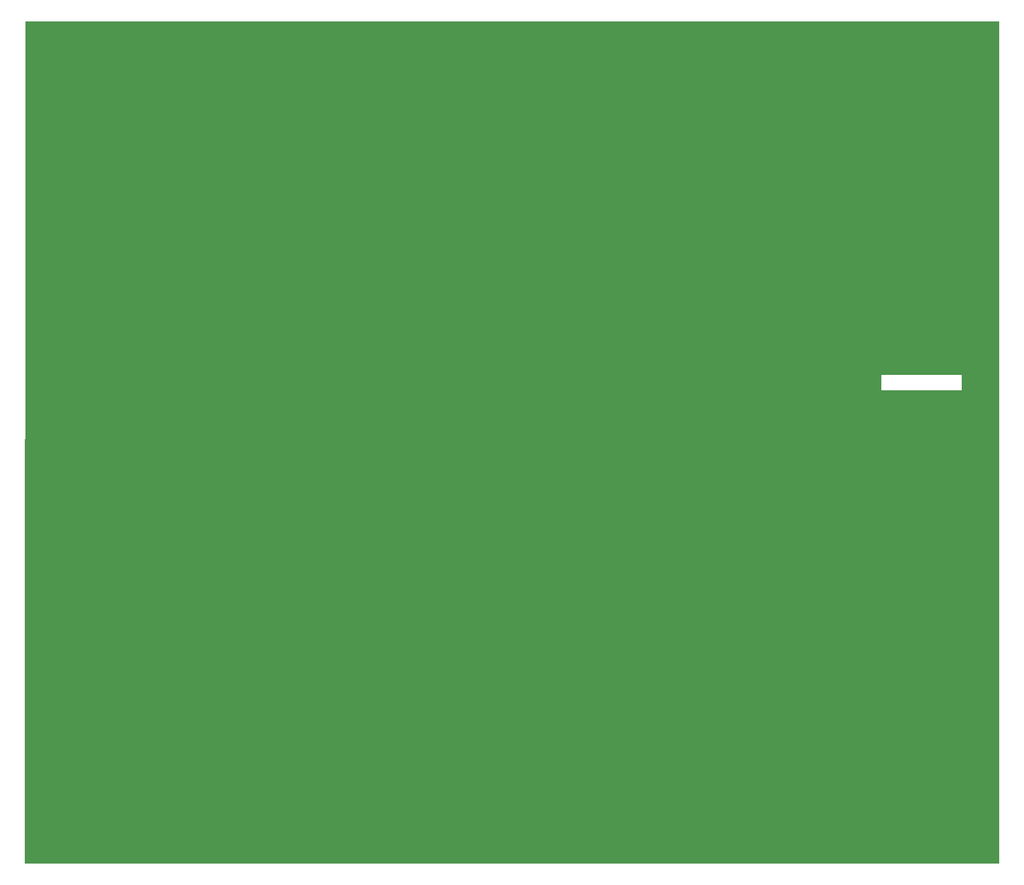
<source format=gbr>
G04 DipTrace 2.4.0.2*
%INBoard.gbr*%
%MOIN*%
%ADD11C,0.0055*%
%FSLAX44Y44*%
G04*
G70*
G90*
G75*
G01*
%LNBoardPoly*%
%LPD*%
G36*
X-47047Y2620D2*
D11*
X1437D1*
Y-39313D1*
X-47062D1*
X-47047Y2620D1*
G37*
%LNBoardPolyC*%
%LPC*%
G36*
X-4437Y-15000D2*
X-437D1*
Y-15750D1*
X-4437D1*
Y-15000D1*
G37*
M02*

</source>
